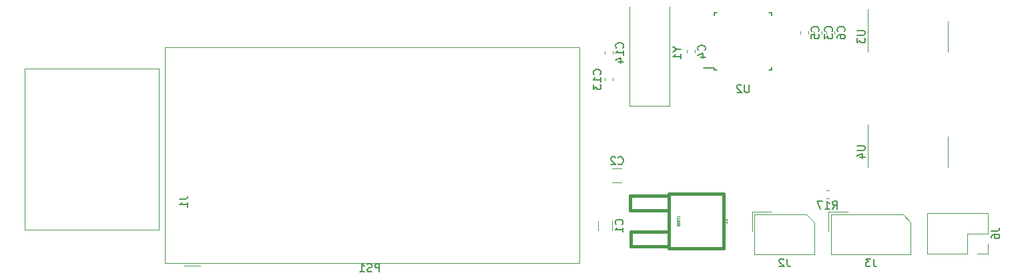
<source format=gbr>
G04 #@! TF.GenerationSoftware,KiCad,Pcbnew,(5.1.4)-1*
G04 #@! TF.CreationDate,2019-10-18T18:31:52+09:00*
G04 #@! TF.ProjectId,AirCleaner,41697243-6c65-4616-9e65-722e6b696361,rev?*
G04 #@! TF.SameCoordinates,Original*
G04 #@! TF.FileFunction,Legend,Bot*
G04 #@! TF.FilePolarity,Positive*
%FSLAX46Y46*%
G04 Gerber Fmt 4.6, Leading zero omitted, Abs format (unit mm)*
G04 Created by KiCad (PCBNEW (5.1.4)-1) date 2019-10-18 18:31:52*
%MOMM*%
%LPD*%
G04 APERTURE LIST*
%ADD10C,0.120000*%
%ADD11C,0.381000*%
%ADD12C,0.150000*%
%ADD13C,0.074930*%
%ADD14C,0.076200*%
G04 APERTURE END LIST*
D10*
X122628733Y-54890000D02*
X122971267Y-54890000D01*
X122628733Y-55910000D02*
X122971267Y-55910000D01*
X143160000Y-62980000D02*
X143160000Y-61650000D01*
X141830000Y-62980000D02*
X143160000Y-62980000D01*
X143160000Y-60380000D02*
X143160000Y-57780000D01*
X140560000Y-60380000D02*
X143160000Y-60380000D01*
X140560000Y-62980000D02*
X140560000Y-60380000D01*
X143160000Y-57780000D02*
X135420000Y-57780000D01*
X140560000Y-62980000D02*
X135420000Y-62980000D01*
X135420000Y-62980000D02*
X135420000Y-57780000D01*
X97650000Y-44150000D02*
X97650000Y-31550000D01*
X102750000Y-44150000D02*
X97650000Y-44150000D01*
X102750000Y-31550000D02*
X102750000Y-44150000D01*
X94540000Y-37571267D02*
X94540000Y-37228733D01*
X95560000Y-37571267D02*
X95560000Y-37228733D01*
X95560000Y-40628733D02*
X95560000Y-40971267D01*
X94540000Y-40628733D02*
X94540000Y-40971267D01*
X38000000Y-39450000D02*
X21000000Y-39450000D01*
X21000000Y-59950000D02*
X21000000Y-39450000D01*
X38000000Y-59950000D02*
X21000000Y-59950000D01*
X38000000Y-59950000D02*
X38000000Y-39450000D01*
X93690000Y-60002064D02*
X93690000Y-58797936D01*
X95510000Y-60002064D02*
X95510000Y-58797936D01*
X96702064Y-52090000D02*
X95497936Y-52090000D01*
X96702064Y-53910000D02*
X95497936Y-53910000D01*
X122060000Y-35021267D02*
X122060000Y-34678733D01*
X121040000Y-35021267D02*
X121040000Y-34678733D01*
X105960000Y-37421267D02*
X105960000Y-37078733D01*
X104940000Y-37421267D02*
X104940000Y-37078733D01*
X119340000Y-35021267D02*
X119340000Y-34678733D01*
X120360000Y-35021267D02*
X120360000Y-34678733D01*
X122640000Y-35021267D02*
X122640000Y-34678733D01*
X123660000Y-35021267D02*
X123660000Y-34678733D01*
X113240000Y-57640000D02*
X115650000Y-57640000D01*
X113240000Y-60050000D02*
X113240000Y-57640000D01*
X121160000Y-63060000D02*
X113540000Y-63060000D01*
X121160000Y-58940000D02*
X121160000Y-63060000D01*
X120160000Y-57940000D02*
X121160000Y-58940000D01*
X113540000Y-57940000D02*
X120160000Y-57940000D01*
X113540000Y-63060000D02*
X113540000Y-57940000D01*
X123240000Y-63060000D02*
X123240000Y-57940000D01*
X123240000Y-57940000D02*
X132360000Y-57940000D01*
X132360000Y-57940000D02*
X133360000Y-58940000D01*
X133360000Y-58940000D02*
X133360000Y-63060000D01*
X133360000Y-63060000D02*
X123240000Y-63060000D01*
X122940000Y-60050000D02*
X122940000Y-57640000D01*
X122940000Y-57640000D02*
X125350000Y-57640000D01*
X43250000Y-64450000D02*
X41250000Y-64450000D01*
X91370000Y-64120000D02*
X91370000Y-36680000D01*
X38730000Y-64120000D02*
X91370000Y-64120000D01*
X38730000Y-36680000D02*
X91370000Y-36680000D01*
X38730000Y-64120000D02*
X38730000Y-36680000D01*
D11*
X97800740Y-57451260D02*
X102700400Y-57451260D01*
X97800740Y-57451260D02*
X97800740Y-55548800D01*
X97800740Y-55548800D02*
X102700400Y-55548800D01*
X97849000Y-62051200D02*
X102700400Y-62051200D01*
X97849000Y-62051200D02*
X97849000Y-60148740D01*
X97849000Y-60148740D02*
X102700400Y-60148740D01*
X109599040Y-62249320D02*
X109599040Y-55350680D01*
X109599040Y-55350680D02*
X102700400Y-55350680D01*
X102700400Y-55350680D02*
X102700400Y-62249320D01*
X102700400Y-62249320D02*
X109599040Y-62249320D01*
D12*
X108475000Y-39575000D02*
X108475000Y-39350000D01*
X115725000Y-39575000D02*
X115725000Y-39250000D01*
X115725000Y-32325000D02*
X115725000Y-32650000D01*
X108475000Y-32325000D02*
X108475000Y-32650000D01*
X108475000Y-39575000D02*
X108800000Y-39575000D01*
X108475000Y-32325000D02*
X108800000Y-32325000D01*
X115725000Y-32325000D02*
X115400000Y-32325000D01*
X115725000Y-39575000D02*
X115400000Y-39575000D01*
X108475000Y-39350000D02*
X107050000Y-39350000D01*
D10*
X127940000Y-35350000D02*
X127940000Y-31900000D01*
X127940000Y-35350000D02*
X127940000Y-37300000D01*
X138060000Y-35350000D02*
X138060000Y-33400000D01*
X138060000Y-35350000D02*
X138060000Y-37300000D01*
X138060000Y-50000000D02*
X138060000Y-51950000D01*
X138060000Y-50000000D02*
X138060000Y-48050000D01*
X127940000Y-50000000D02*
X127940000Y-51950000D01*
X127940000Y-50000000D02*
X127940000Y-46550000D01*
D12*
X123442857Y-57282380D02*
X123776190Y-56806190D01*
X124014285Y-57282380D02*
X124014285Y-56282380D01*
X123633333Y-56282380D01*
X123538095Y-56330000D01*
X123490476Y-56377619D01*
X123442857Y-56472857D01*
X123442857Y-56615714D01*
X123490476Y-56710952D01*
X123538095Y-56758571D01*
X123633333Y-56806190D01*
X124014285Y-56806190D01*
X122490476Y-57282380D02*
X123061904Y-57282380D01*
X122776190Y-57282380D02*
X122776190Y-56282380D01*
X122871428Y-56425238D01*
X122966666Y-56520476D01*
X123061904Y-56568095D01*
X122157142Y-56282380D02*
X121490476Y-56282380D01*
X121919047Y-57282380D01*
X143612380Y-60046666D02*
X144326666Y-60046666D01*
X144469523Y-59999047D01*
X144564761Y-59903809D01*
X144612380Y-59760952D01*
X144612380Y-59665714D01*
X143612380Y-60951428D02*
X143612380Y-60760952D01*
X143660000Y-60665714D01*
X143707619Y-60618095D01*
X143850476Y-60522857D01*
X144040952Y-60475238D01*
X144421904Y-60475238D01*
X144517142Y-60522857D01*
X144564761Y-60570476D01*
X144612380Y-60665714D01*
X144612380Y-60856190D01*
X144564761Y-60951428D01*
X144517142Y-60999047D01*
X144421904Y-61046666D01*
X144183809Y-61046666D01*
X144088571Y-60999047D01*
X144040952Y-60951428D01*
X143993333Y-60856190D01*
X143993333Y-60665714D01*
X144040952Y-60570476D01*
X144088571Y-60522857D01*
X144183809Y-60475238D01*
X103726190Y-36973809D02*
X104202380Y-36973809D01*
X103202380Y-36640476D02*
X103726190Y-36973809D01*
X103202380Y-37307142D01*
X104202380Y-38164285D02*
X104202380Y-37592857D01*
X104202380Y-37878571D02*
X103202380Y-37878571D01*
X103345238Y-37783333D01*
X103440476Y-37688095D01*
X103488095Y-37592857D01*
X96837142Y-36757142D02*
X96884761Y-36709523D01*
X96932380Y-36566666D01*
X96932380Y-36471428D01*
X96884761Y-36328571D01*
X96789523Y-36233333D01*
X96694285Y-36185714D01*
X96503809Y-36138095D01*
X96360952Y-36138095D01*
X96170476Y-36185714D01*
X96075238Y-36233333D01*
X95980000Y-36328571D01*
X95932380Y-36471428D01*
X95932380Y-36566666D01*
X95980000Y-36709523D01*
X96027619Y-36757142D01*
X96932380Y-37709523D02*
X96932380Y-37138095D01*
X96932380Y-37423809D02*
X95932380Y-37423809D01*
X96075238Y-37328571D01*
X96170476Y-37233333D01*
X96218095Y-37138095D01*
X96265714Y-38566666D02*
X96932380Y-38566666D01*
X95884761Y-38328571D02*
X96599047Y-38090476D01*
X96599047Y-38709523D01*
X93977142Y-40157142D02*
X94024761Y-40109523D01*
X94072380Y-39966666D01*
X94072380Y-39871428D01*
X94024761Y-39728571D01*
X93929523Y-39633333D01*
X93834285Y-39585714D01*
X93643809Y-39538095D01*
X93500952Y-39538095D01*
X93310476Y-39585714D01*
X93215238Y-39633333D01*
X93120000Y-39728571D01*
X93072380Y-39871428D01*
X93072380Y-39966666D01*
X93120000Y-40109523D01*
X93167619Y-40157142D01*
X94072380Y-41109523D02*
X94072380Y-40538095D01*
X94072380Y-40823809D02*
X93072380Y-40823809D01*
X93215238Y-40728571D01*
X93310476Y-40633333D01*
X93358095Y-40538095D01*
X93072380Y-41442857D02*
X93072380Y-42061904D01*
X93453333Y-41728571D01*
X93453333Y-41871428D01*
X93500952Y-41966666D01*
X93548571Y-42014285D01*
X93643809Y-42061904D01*
X93881904Y-42061904D01*
X93977142Y-42014285D01*
X94024761Y-41966666D01*
X94072380Y-41871428D01*
X94072380Y-41585714D01*
X94024761Y-41490476D01*
X93977142Y-41442857D01*
X40652380Y-56016666D02*
X41366666Y-56016666D01*
X41509523Y-55969047D01*
X41604761Y-55873809D01*
X41652380Y-55730952D01*
X41652380Y-55635714D01*
X41652380Y-57016666D02*
X41652380Y-56445238D01*
X41652380Y-56730952D02*
X40652380Y-56730952D01*
X40795238Y-56635714D01*
X40890476Y-56540476D01*
X40938095Y-56445238D01*
X96777142Y-59233333D02*
X96824761Y-59185714D01*
X96872380Y-59042857D01*
X96872380Y-58947619D01*
X96824761Y-58804761D01*
X96729523Y-58709523D01*
X96634285Y-58661904D01*
X96443809Y-58614285D01*
X96300952Y-58614285D01*
X96110476Y-58661904D01*
X96015238Y-58709523D01*
X95920000Y-58804761D01*
X95872380Y-58947619D01*
X95872380Y-59042857D01*
X95920000Y-59185714D01*
X95967619Y-59233333D01*
X96872380Y-60185714D02*
X96872380Y-59614285D01*
X96872380Y-59900000D02*
X95872380Y-59900000D01*
X96015238Y-59804761D01*
X96110476Y-59709523D01*
X96158095Y-59614285D01*
X96266666Y-51537142D02*
X96314285Y-51584761D01*
X96457142Y-51632380D01*
X96552380Y-51632380D01*
X96695238Y-51584761D01*
X96790476Y-51489523D01*
X96838095Y-51394285D01*
X96885714Y-51203809D01*
X96885714Y-51060952D01*
X96838095Y-50870476D01*
X96790476Y-50775238D01*
X96695238Y-50680000D01*
X96552380Y-50632380D01*
X96457142Y-50632380D01*
X96314285Y-50680000D01*
X96266666Y-50727619D01*
X95885714Y-50727619D02*
X95838095Y-50680000D01*
X95742857Y-50632380D01*
X95504761Y-50632380D01*
X95409523Y-50680000D01*
X95361904Y-50727619D01*
X95314285Y-50822857D01*
X95314285Y-50918095D01*
X95361904Y-51060952D01*
X95933333Y-51632380D01*
X95314285Y-51632380D01*
X123337142Y-34683333D02*
X123384761Y-34635714D01*
X123432380Y-34492857D01*
X123432380Y-34397619D01*
X123384761Y-34254761D01*
X123289523Y-34159523D01*
X123194285Y-34111904D01*
X123003809Y-34064285D01*
X122860952Y-34064285D01*
X122670476Y-34111904D01*
X122575238Y-34159523D01*
X122480000Y-34254761D01*
X122432380Y-34397619D01*
X122432380Y-34492857D01*
X122480000Y-34635714D01*
X122527619Y-34683333D01*
X122432380Y-35016666D02*
X122432380Y-35635714D01*
X122813333Y-35302380D01*
X122813333Y-35445238D01*
X122860952Y-35540476D01*
X122908571Y-35588095D01*
X123003809Y-35635714D01*
X123241904Y-35635714D01*
X123337142Y-35588095D01*
X123384761Y-35540476D01*
X123432380Y-35445238D01*
X123432380Y-35159523D01*
X123384761Y-35064285D01*
X123337142Y-35016666D01*
X107237142Y-37083333D02*
X107284761Y-37035714D01*
X107332380Y-36892857D01*
X107332380Y-36797619D01*
X107284761Y-36654761D01*
X107189523Y-36559523D01*
X107094285Y-36511904D01*
X106903809Y-36464285D01*
X106760952Y-36464285D01*
X106570476Y-36511904D01*
X106475238Y-36559523D01*
X106380000Y-36654761D01*
X106332380Y-36797619D01*
X106332380Y-36892857D01*
X106380000Y-37035714D01*
X106427619Y-37083333D01*
X106665714Y-37940476D02*
X107332380Y-37940476D01*
X106284761Y-37702380D02*
X106999047Y-37464285D01*
X106999047Y-38083333D01*
X121637142Y-34683333D02*
X121684761Y-34635714D01*
X121732380Y-34492857D01*
X121732380Y-34397619D01*
X121684761Y-34254761D01*
X121589523Y-34159523D01*
X121494285Y-34111904D01*
X121303809Y-34064285D01*
X121160952Y-34064285D01*
X120970476Y-34111904D01*
X120875238Y-34159523D01*
X120780000Y-34254761D01*
X120732380Y-34397619D01*
X120732380Y-34492857D01*
X120780000Y-34635714D01*
X120827619Y-34683333D01*
X120732380Y-35588095D02*
X120732380Y-35111904D01*
X121208571Y-35064285D01*
X121160952Y-35111904D01*
X121113333Y-35207142D01*
X121113333Y-35445238D01*
X121160952Y-35540476D01*
X121208571Y-35588095D01*
X121303809Y-35635714D01*
X121541904Y-35635714D01*
X121637142Y-35588095D01*
X121684761Y-35540476D01*
X121732380Y-35445238D01*
X121732380Y-35207142D01*
X121684761Y-35111904D01*
X121637142Y-35064285D01*
X124937142Y-34683333D02*
X124984761Y-34635714D01*
X125032380Y-34492857D01*
X125032380Y-34397619D01*
X124984761Y-34254761D01*
X124889523Y-34159523D01*
X124794285Y-34111904D01*
X124603809Y-34064285D01*
X124460952Y-34064285D01*
X124270476Y-34111904D01*
X124175238Y-34159523D01*
X124080000Y-34254761D01*
X124032380Y-34397619D01*
X124032380Y-34492857D01*
X124080000Y-34635714D01*
X124127619Y-34683333D01*
X124032380Y-35540476D02*
X124032380Y-35350000D01*
X124080000Y-35254761D01*
X124127619Y-35207142D01*
X124270476Y-35111904D01*
X124460952Y-35064285D01*
X124841904Y-35064285D01*
X124937142Y-35111904D01*
X124984761Y-35159523D01*
X125032380Y-35254761D01*
X125032380Y-35445238D01*
X124984761Y-35540476D01*
X124937142Y-35588095D01*
X124841904Y-35635714D01*
X124603809Y-35635714D01*
X124508571Y-35588095D01*
X124460952Y-35540476D01*
X124413333Y-35445238D01*
X124413333Y-35254761D01*
X124460952Y-35159523D01*
X124508571Y-35111904D01*
X124603809Y-35064285D01*
X117683333Y-63602380D02*
X117683333Y-64316666D01*
X117730952Y-64459523D01*
X117826190Y-64554761D01*
X117969047Y-64602380D01*
X118064285Y-64602380D01*
X117254761Y-63697619D02*
X117207142Y-63650000D01*
X117111904Y-63602380D01*
X116873809Y-63602380D01*
X116778571Y-63650000D01*
X116730952Y-63697619D01*
X116683333Y-63792857D01*
X116683333Y-63888095D01*
X116730952Y-64030952D01*
X117302380Y-64602380D01*
X116683333Y-64602380D01*
X128633333Y-63602380D02*
X128633333Y-64316666D01*
X128680952Y-64459523D01*
X128776190Y-64554761D01*
X128919047Y-64602380D01*
X129014285Y-64602380D01*
X128252380Y-63602380D02*
X127633333Y-63602380D01*
X127966666Y-63983333D01*
X127823809Y-63983333D01*
X127728571Y-64030952D01*
X127680952Y-64078571D01*
X127633333Y-64173809D01*
X127633333Y-64411904D01*
X127680952Y-64507142D01*
X127728571Y-64554761D01*
X127823809Y-64602380D01*
X128109523Y-64602380D01*
X128204761Y-64554761D01*
X128252380Y-64507142D01*
X65964285Y-65252380D02*
X65964285Y-64252380D01*
X65583333Y-64252380D01*
X65488095Y-64300000D01*
X65440476Y-64347619D01*
X65392857Y-64442857D01*
X65392857Y-64585714D01*
X65440476Y-64680952D01*
X65488095Y-64728571D01*
X65583333Y-64776190D01*
X65964285Y-64776190D01*
X65011904Y-65204761D02*
X64869047Y-65252380D01*
X64630952Y-65252380D01*
X64535714Y-65204761D01*
X64488095Y-65157142D01*
X64440476Y-65061904D01*
X64440476Y-64966666D01*
X64488095Y-64871428D01*
X64535714Y-64823809D01*
X64630952Y-64776190D01*
X64821428Y-64728571D01*
X64916666Y-64680952D01*
X64964285Y-64633333D01*
X65011904Y-64538095D01*
X65011904Y-64442857D01*
X64964285Y-64347619D01*
X64916666Y-64300000D01*
X64821428Y-64252380D01*
X64583333Y-64252380D01*
X64440476Y-64300000D01*
X63488095Y-65252380D02*
X64059523Y-65252380D01*
X63773809Y-65252380D02*
X63773809Y-64252380D01*
X63869047Y-64395238D01*
X63964285Y-64490476D01*
X64059523Y-64538095D01*
D13*
X109749867Y-58571641D02*
X109992498Y-58571641D01*
X110021042Y-58585914D01*
X110035315Y-58600186D01*
X110049587Y-58628731D01*
X110049587Y-58685820D01*
X110035315Y-58714365D01*
X110021042Y-58728638D01*
X109992498Y-58742910D01*
X109749867Y-58742910D01*
X110049587Y-59042630D02*
X110049587Y-58871361D01*
X110049587Y-58956996D02*
X109749867Y-58956996D01*
X109792684Y-58928451D01*
X109821229Y-58899906D01*
X109835501Y-58871361D01*
D14*
D13*
X104034867Y-58321875D02*
X104034867Y-58179151D01*
X103735147Y-58179151D01*
X103735147Y-58393237D02*
X103735147Y-58593050D01*
X104034867Y-58464599D01*
X103863599Y-58750046D02*
X103849326Y-58721501D01*
X103835054Y-58707229D01*
X103806509Y-58692957D01*
X103792237Y-58692957D01*
X103763692Y-58707229D01*
X103749420Y-58721501D01*
X103735147Y-58750046D01*
X103735147Y-58807136D01*
X103749420Y-58835680D01*
X103763692Y-58849953D01*
X103792237Y-58864225D01*
X103806509Y-58864225D01*
X103835054Y-58849953D01*
X103849326Y-58835680D01*
X103863599Y-58807136D01*
X103863599Y-58750046D01*
X103877871Y-58721501D01*
X103892143Y-58707229D01*
X103920688Y-58692957D01*
X103977778Y-58692957D01*
X104006322Y-58707229D01*
X104020595Y-58721501D01*
X104034867Y-58750046D01*
X104034867Y-58807136D01*
X104020595Y-58835680D01*
X104006322Y-58849953D01*
X103977778Y-58864225D01*
X103920688Y-58864225D01*
X103892143Y-58849953D01*
X103877871Y-58835680D01*
X103863599Y-58807136D01*
X103735147Y-59049766D02*
X103735147Y-59078311D01*
X103749420Y-59106856D01*
X103763692Y-59121128D01*
X103792237Y-59135400D01*
X103849326Y-59149673D01*
X103920688Y-59149673D01*
X103977778Y-59135400D01*
X104006322Y-59121128D01*
X104020595Y-59106856D01*
X104034867Y-59078311D01*
X104034867Y-59049766D01*
X104020595Y-59021221D01*
X104006322Y-59006949D01*
X103977778Y-58992677D01*
X103920688Y-58978404D01*
X103849326Y-58978404D01*
X103792237Y-58992677D01*
X103763692Y-59006949D01*
X103749420Y-59021221D01*
X103735147Y-59049766D01*
X103735147Y-59420848D02*
X103735147Y-59278124D01*
X103877871Y-59263852D01*
X103863599Y-59278124D01*
X103849326Y-59306669D01*
X103849326Y-59378031D01*
X103863599Y-59406576D01*
X103877871Y-59420848D01*
X103906416Y-59435120D01*
X103977778Y-59435120D01*
X104006322Y-59420848D01*
X104020595Y-59406576D01*
X104034867Y-59378031D01*
X104034867Y-59306669D01*
X104020595Y-59278124D01*
X104006322Y-59263852D01*
D14*
D12*
X112861904Y-41452380D02*
X112861904Y-42261904D01*
X112814285Y-42357142D01*
X112766666Y-42404761D01*
X112671428Y-42452380D01*
X112480952Y-42452380D01*
X112385714Y-42404761D01*
X112338095Y-42357142D01*
X112290476Y-42261904D01*
X112290476Y-41452380D01*
X111861904Y-41547619D02*
X111814285Y-41500000D01*
X111719047Y-41452380D01*
X111480952Y-41452380D01*
X111385714Y-41500000D01*
X111338095Y-41547619D01*
X111290476Y-41642857D01*
X111290476Y-41738095D01*
X111338095Y-41880952D01*
X111909523Y-42452380D01*
X111290476Y-42452380D01*
X126552380Y-34588095D02*
X127361904Y-34588095D01*
X127457142Y-34635714D01*
X127504761Y-34683333D01*
X127552380Y-34778571D01*
X127552380Y-34969047D01*
X127504761Y-35064285D01*
X127457142Y-35111904D01*
X127361904Y-35159523D01*
X126552380Y-35159523D01*
X126552380Y-35540476D02*
X126552380Y-36159523D01*
X126933333Y-35826190D01*
X126933333Y-35969047D01*
X126980952Y-36064285D01*
X127028571Y-36111904D01*
X127123809Y-36159523D01*
X127361904Y-36159523D01*
X127457142Y-36111904D01*
X127504761Y-36064285D01*
X127552380Y-35969047D01*
X127552380Y-35683333D01*
X127504761Y-35588095D01*
X127457142Y-35540476D01*
X126552380Y-49238095D02*
X127361904Y-49238095D01*
X127457142Y-49285714D01*
X127504761Y-49333333D01*
X127552380Y-49428571D01*
X127552380Y-49619047D01*
X127504761Y-49714285D01*
X127457142Y-49761904D01*
X127361904Y-49809523D01*
X126552380Y-49809523D01*
X126885714Y-50714285D02*
X127552380Y-50714285D01*
X126504761Y-50476190D02*
X127219047Y-50238095D01*
X127219047Y-50857142D01*
M02*

</source>
